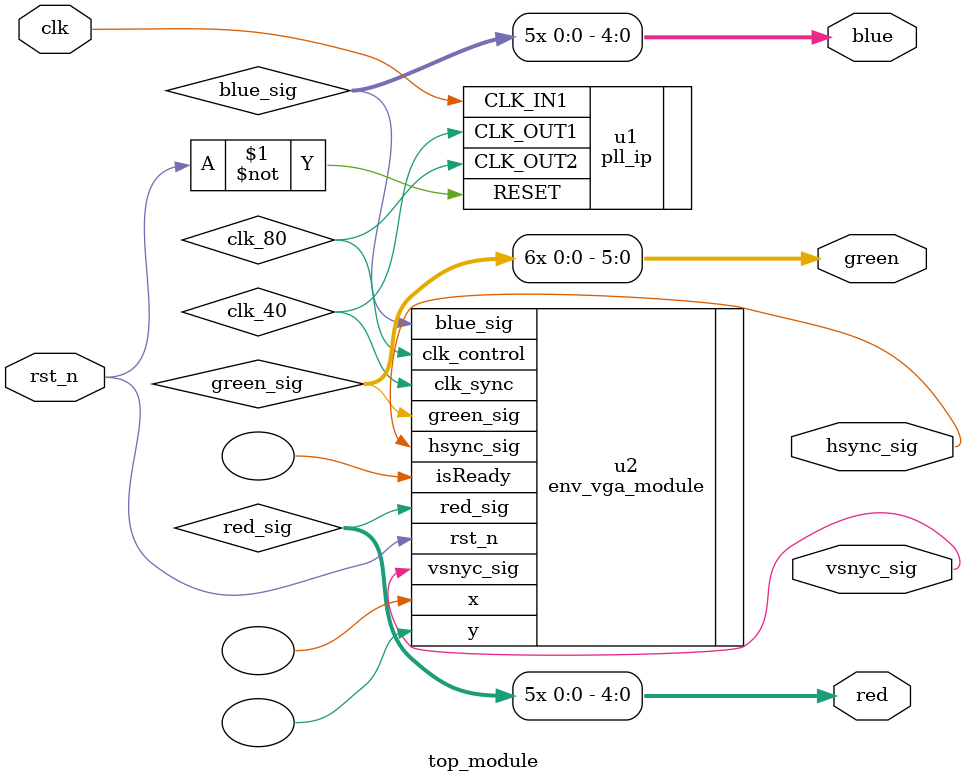
<source format=v>


module top_module
(
    input clk,
    input rst_n,
    
    output hsync_sig,
    output vsnyc_sig,
    
    output [4:0] red,
    output [5:0] green,
    output [4:0] blue
);

    wire clk_40;
    wire clk_80;
    
    wire red_sig;
    wire green_sig;
    wire blue_sig;
    
    pll_ip u1
    (
        .CLK_IN1(clk),
        .CLK_OUT1(clk_40),
        .CLK_OUT2(clk_80),
        .RESET(~rst_n)
    );
    
    
    env_vga_module u2
    (
        .clk_sync(clk_40),
        // .clk_control(clk_40),
        .clk_control(clk_80),
        .rst_n(rst_n),
        .hsync_sig(hsync_sig),
        .vsnyc_sig(vsnyc_sig),
        .red_sig(red_sig),
        .green_sig(green_sig),
        .blue_sig(blue_sig),
        .isReady(),
        .x(),
        .y()
    );
    
    assign red = {5{red_sig}};
    assign green = {6{green_sig}};
    assign blue = {5{blue_sig}};
    

endmodule


</source>
